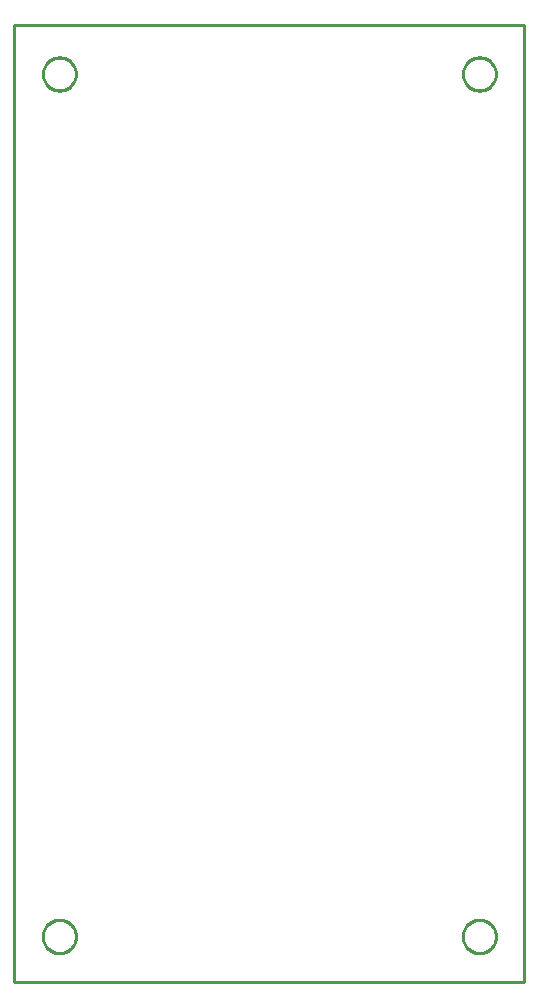
<source format=gbr>
G04 EAGLE Gerber RS-274X export*
G75*
%MOMM*%
%FSLAX34Y34*%
%LPD*%
%IN*%
%IPPOS*%
%AMOC8*
5,1,8,0,0,1.08239X$1,22.5*%
G01*
%ADD10C,0.254000*%


D10*
X0Y0D02*
X431600Y0D01*
X431600Y809500D01*
X0Y809500D01*
X0Y0D01*
X52100Y37600D02*
X52029Y36603D01*
X51886Y35613D01*
X51674Y34636D01*
X51392Y33676D01*
X51043Y32739D01*
X50627Y31829D01*
X50148Y30952D01*
X49607Y30110D01*
X49008Y29310D01*
X48353Y28554D01*
X47646Y27847D01*
X46890Y27192D01*
X46090Y26593D01*
X45248Y26052D01*
X44371Y25573D01*
X43461Y25157D01*
X42524Y24808D01*
X41565Y24526D01*
X40587Y24314D01*
X39598Y24171D01*
X38600Y24100D01*
X37600Y24100D01*
X36603Y24171D01*
X35613Y24314D01*
X34636Y24526D01*
X33676Y24808D01*
X32739Y25157D01*
X31829Y25573D01*
X30952Y26052D01*
X30110Y26593D01*
X29310Y27192D01*
X28554Y27847D01*
X27847Y28554D01*
X27192Y29310D01*
X26593Y30110D01*
X26052Y30952D01*
X25573Y31829D01*
X25157Y32739D01*
X24808Y33676D01*
X24526Y34636D01*
X24314Y35613D01*
X24171Y36603D01*
X24100Y37600D01*
X24100Y38600D01*
X24171Y39598D01*
X24314Y40587D01*
X24526Y41565D01*
X24808Y42524D01*
X25157Y43461D01*
X25573Y44371D01*
X26052Y45248D01*
X26593Y46090D01*
X27192Y46890D01*
X27847Y47646D01*
X28554Y48353D01*
X29310Y49008D01*
X30110Y49607D01*
X30952Y50148D01*
X31829Y50627D01*
X32739Y51043D01*
X33676Y51392D01*
X34636Y51674D01*
X35613Y51886D01*
X36603Y52029D01*
X37600Y52100D01*
X38600Y52100D01*
X39598Y52029D01*
X40587Y51886D01*
X41565Y51674D01*
X42524Y51392D01*
X43461Y51043D01*
X44371Y50627D01*
X45248Y50148D01*
X46090Y49607D01*
X46890Y49008D01*
X47646Y48353D01*
X48353Y47646D01*
X49008Y46890D01*
X49607Y46090D01*
X50148Y45248D01*
X50627Y44371D01*
X51043Y43461D01*
X51392Y42524D01*
X51674Y41565D01*
X51886Y40587D01*
X52029Y39598D01*
X52100Y38600D01*
X52100Y37600D01*
X407700Y37600D02*
X407629Y36603D01*
X407486Y35613D01*
X407274Y34636D01*
X406992Y33676D01*
X406643Y32739D01*
X406227Y31829D01*
X405748Y30952D01*
X405207Y30110D01*
X404608Y29310D01*
X403953Y28554D01*
X403246Y27847D01*
X402490Y27192D01*
X401690Y26593D01*
X400848Y26052D01*
X399971Y25573D01*
X399061Y25157D01*
X398124Y24808D01*
X397165Y24526D01*
X396187Y24314D01*
X395198Y24171D01*
X394200Y24100D01*
X393200Y24100D01*
X392203Y24171D01*
X391213Y24314D01*
X390236Y24526D01*
X389276Y24808D01*
X388339Y25157D01*
X387429Y25573D01*
X386552Y26052D01*
X385710Y26593D01*
X384910Y27192D01*
X384154Y27847D01*
X383447Y28554D01*
X382792Y29310D01*
X382193Y30110D01*
X381652Y30952D01*
X381173Y31829D01*
X380757Y32739D01*
X380408Y33676D01*
X380126Y34636D01*
X379914Y35613D01*
X379771Y36603D01*
X379700Y37600D01*
X379700Y38600D01*
X379771Y39598D01*
X379914Y40587D01*
X380126Y41565D01*
X380408Y42524D01*
X380757Y43461D01*
X381173Y44371D01*
X381652Y45248D01*
X382193Y46090D01*
X382792Y46890D01*
X383447Y47646D01*
X384154Y48353D01*
X384910Y49008D01*
X385710Y49607D01*
X386552Y50148D01*
X387429Y50627D01*
X388339Y51043D01*
X389276Y51392D01*
X390236Y51674D01*
X391213Y51886D01*
X392203Y52029D01*
X393200Y52100D01*
X394200Y52100D01*
X395198Y52029D01*
X396187Y51886D01*
X397165Y51674D01*
X398124Y51392D01*
X399061Y51043D01*
X399971Y50627D01*
X400848Y50148D01*
X401690Y49607D01*
X402490Y49008D01*
X403246Y48353D01*
X403953Y47646D01*
X404608Y46890D01*
X405207Y46090D01*
X405748Y45248D01*
X406227Y44371D01*
X406643Y43461D01*
X406992Y42524D01*
X407274Y41565D01*
X407486Y40587D01*
X407629Y39598D01*
X407700Y38600D01*
X407700Y37600D01*
X407700Y767850D02*
X407629Y766853D01*
X407486Y765863D01*
X407274Y764886D01*
X406992Y763926D01*
X406643Y762989D01*
X406227Y762079D01*
X405748Y761202D01*
X405207Y760360D01*
X404608Y759560D01*
X403953Y758804D01*
X403246Y758097D01*
X402490Y757442D01*
X401690Y756843D01*
X400848Y756302D01*
X399971Y755823D01*
X399061Y755407D01*
X398124Y755058D01*
X397165Y754776D01*
X396187Y754564D01*
X395198Y754421D01*
X394200Y754350D01*
X393200Y754350D01*
X392203Y754421D01*
X391213Y754564D01*
X390236Y754776D01*
X389276Y755058D01*
X388339Y755407D01*
X387429Y755823D01*
X386552Y756302D01*
X385710Y756843D01*
X384910Y757442D01*
X384154Y758097D01*
X383447Y758804D01*
X382792Y759560D01*
X382193Y760360D01*
X381652Y761202D01*
X381173Y762079D01*
X380757Y762989D01*
X380408Y763926D01*
X380126Y764886D01*
X379914Y765863D01*
X379771Y766853D01*
X379700Y767850D01*
X379700Y768850D01*
X379771Y769848D01*
X379914Y770837D01*
X380126Y771815D01*
X380408Y772774D01*
X380757Y773711D01*
X381173Y774621D01*
X381652Y775498D01*
X382193Y776340D01*
X382792Y777140D01*
X383447Y777896D01*
X384154Y778603D01*
X384910Y779258D01*
X385710Y779857D01*
X386552Y780398D01*
X387429Y780877D01*
X388339Y781293D01*
X389276Y781642D01*
X390236Y781924D01*
X391213Y782136D01*
X392203Y782279D01*
X393200Y782350D01*
X394200Y782350D01*
X395198Y782279D01*
X396187Y782136D01*
X397165Y781924D01*
X398124Y781642D01*
X399061Y781293D01*
X399971Y780877D01*
X400848Y780398D01*
X401690Y779857D01*
X402490Y779258D01*
X403246Y778603D01*
X403953Y777896D01*
X404608Y777140D01*
X405207Y776340D01*
X405748Y775498D01*
X406227Y774621D01*
X406643Y773711D01*
X406992Y772774D01*
X407274Y771815D01*
X407486Y770837D01*
X407629Y769848D01*
X407700Y768850D01*
X407700Y767850D01*
X52100Y767850D02*
X52029Y766853D01*
X51886Y765863D01*
X51674Y764886D01*
X51392Y763926D01*
X51043Y762989D01*
X50627Y762079D01*
X50148Y761202D01*
X49607Y760360D01*
X49008Y759560D01*
X48353Y758804D01*
X47646Y758097D01*
X46890Y757442D01*
X46090Y756843D01*
X45248Y756302D01*
X44371Y755823D01*
X43461Y755407D01*
X42524Y755058D01*
X41565Y754776D01*
X40587Y754564D01*
X39598Y754421D01*
X38600Y754350D01*
X37600Y754350D01*
X36603Y754421D01*
X35613Y754564D01*
X34636Y754776D01*
X33676Y755058D01*
X32739Y755407D01*
X31829Y755823D01*
X30952Y756302D01*
X30110Y756843D01*
X29310Y757442D01*
X28554Y758097D01*
X27847Y758804D01*
X27192Y759560D01*
X26593Y760360D01*
X26052Y761202D01*
X25573Y762079D01*
X25157Y762989D01*
X24808Y763926D01*
X24526Y764886D01*
X24314Y765863D01*
X24171Y766853D01*
X24100Y767850D01*
X24100Y768850D01*
X24171Y769848D01*
X24314Y770837D01*
X24526Y771815D01*
X24808Y772774D01*
X25157Y773711D01*
X25573Y774621D01*
X26052Y775498D01*
X26593Y776340D01*
X27192Y777140D01*
X27847Y777896D01*
X28554Y778603D01*
X29310Y779258D01*
X30110Y779857D01*
X30952Y780398D01*
X31829Y780877D01*
X32739Y781293D01*
X33676Y781642D01*
X34636Y781924D01*
X35613Y782136D01*
X36603Y782279D01*
X37600Y782350D01*
X38600Y782350D01*
X39598Y782279D01*
X40587Y782136D01*
X41565Y781924D01*
X42524Y781642D01*
X43461Y781293D01*
X44371Y780877D01*
X45248Y780398D01*
X46090Y779857D01*
X46890Y779258D01*
X47646Y778603D01*
X48353Y777896D01*
X49008Y777140D01*
X49607Y776340D01*
X50148Y775498D01*
X50627Y774621D01*
X51043Y773711D01*
X51392Y772774D01*
X51674Y771815D01*
X51886Y770837D01*
X52029Y769848D01*
X52100Y768850D01*
X52100Y767850D01*
M02*

</source>
